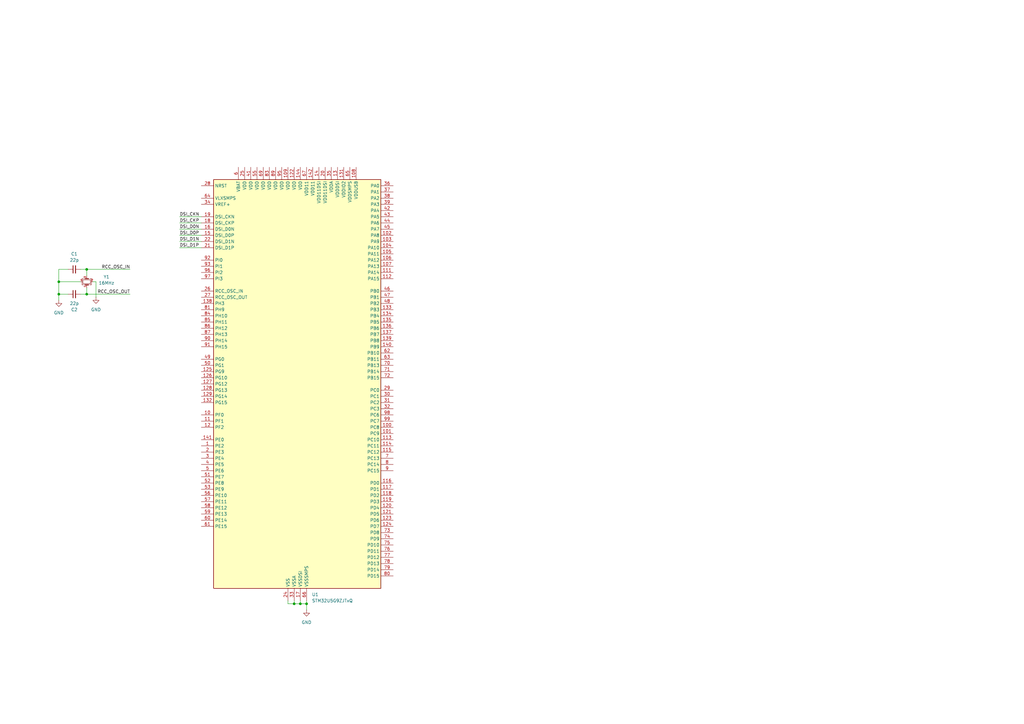
<source format=kicad_sch>
(kicad_sch (version 20231120) (generator "eeschema") (generator_version "8.0")
  (paper "A3")
  (lib_symbols
    (symbol "Device:C_Small" (pin_numbers hide) (pin_names (offset 0.254) hide)
      (property "Reference" "C" (at 0.254 1.778 0))
      (property "Value" "C_Small" (at 0.254 -2.032 0))
      (symbol "C_Small_0_1"
        (polyline (pts (xy -1.524 -0.508) (xy 1.524 -0.508)) (stroke (width 0.3302)))
        (polyline (pts (xy -1.524 0.508) (xy 1.524 0.508)) (stroke (width 0.3048)))
      )
      (symbol "C_Small_1_1"
        (pin passive line (at 0 2.54 270) (length 2.032) (name "~") (number "1"))
        (pin passive line (at 0 -2.54 90) (length 2.032) (name "~") (number "2"))
      )
    )
    (symbol "Device:Crystal_GND24_Small" (pin_names (offset 1.016) hide)
      (property "Reference" "Y" (at 1.27 4.445 0))
      (property "Value" "Crystal_GND24_Small" (at 1.27 2.54 0))
      (symbol "Crystal_GND24_Small_0_1"
        (rectangle (start -0.762 -1.524) (end 0.762 1.524))
        (polyline (pts (xy -1.27 -0.762) (xy -1.27 0.762)) (stroke (width 0.381)))
        (polyline (pts (xy 1.27 -0.762) (xy 1.27 0.762)) (stroke (width 0.381)))
        (polyline (pts (xy -1.27 -1.27) (xy -1.27 -1.905) (xy 1.27 -1.905) (xy 1.27 -1.27)))
        (polyline (pts (xy -1.27 1.27) (xy -1.27 1.905) (xy 1.27 1.905) (xy 1.27 1.27)))
      )
      (symbol "Crystal_GND24_Small_1_1"
        (pin passive line (at -2.54 0 0) (length 1.27) (name "1") (number "1"))
        (pin passive line (at 0 -2.54 90) (length 0.635) (name "2") (number "2"))
        (pin passive line (at 2.54 0 180) (length 1.27) (name "3") (number "3"))
        (pin passive line (at 0 2.54 270) (length 0.635) (name "4") (number "4"))
      )
    )
    (symbol "MCU_ST_STM32U5:STM32U5G9ZJTxQ"
      (property "Reference" "U" (at -33.02 85.09 0))
      (property "Value" "STM32U5G9ZJTxQ" (at 27.94 85.09 0))
      (symbol "STM32U5G9ZJTxQ_0_1"
        (rectangle (start -33.02 -83.82) (end 35.56 83.82) (stroke (width 0.254)) (fill (type background)))
      )
      (symbol "STM32U5G9ZJTxQ_1_1"
        (pin bidirectional line (at -38.1 -25.4 0) (length 5.08) (name "PE2") (number "1"))
        (pin bidirectional line (at -38.1 -12.7 0) (length 5.08) (name "PF0") (number "10"))
        (pin bidirectional line (at 40.64 -17.78 180) (length 5.08) (name "PC8") (number "100"))
        (pin bidirectional line (at 40.64 -20.32 180) (length 5.08) (name "PC9") (number "101"))
        (pin bidirectional line (at 40.64 60.96 180) (length 5.08) (name "PA8") (number "102"))
        (pin bidirectional line (at 40.64 58.42 180) (length 5.08) (name "PA9") (number "103"))
        (pin bidirectional line (at 40.64 55.88 180) (length 5.08) (name "PA10") (number "104"))
        (pin bidirectional line (at 40.64 53.34 180) (length 5.08) (name "PA11") (number "105"))
        (pin bidirectional line (at 40.64 50.8 180) (length 5.08) (name "PA12") (number "106"))
        (pin bidirectional line (at 40.64 48.26 180) (length 5.08) (name "PA13") (number "107"))
        (pin power_in line (at 25.4 88.9 270) (length 5.08) (name "VDDUSB") (number "108"))
        (pin power_in line (at -2.54 88.9 270) (length 5.08) (name "VDD") (number "109"))
        (pin bidirectional line (at -38.1 -15.24 0) (length 5.08) (name "PF1") (number "11"))
        (pin passive line (at -2.54 -88.9 90) (length 5.08) hide (name "VSS") (number "110"))
        (pin bidirectional line (at 40.64 45.72 180) (length 5.08) (name "PA14") (number "111"))
        (pin bidirectional line (at 40.64 43.18 180) (length 5.08) (name "PA15") (number "112"))
        (pin bidirectional line (at 40.64 -22.86 180) (length 5.08) (name "PC10") (number "113"))
        (pin bidirectional line (at 40.64 -25.4 180) (length 5.08) (name "PC11") (number "114"))
        (pin bidirectional line (at 40.64 -27.94 180) (length 5.08) (name "PC12") (number "115"))
        (pin bidirectional line (at 40.64 -40.64 180) (length 5.08) (name "PD0") (number "116"))
        (pin bidirectional line (at 40.64 -43.18 180) (length 5.08) (name "PD1") (number "117"))
        (pin bidirectional line (at 40.64 -45.72 180) (length 5.08) (name "PD2") (number "118"))
        (pin bidirectional line (at 40.64 -48.26 180) (length 5.08) (name "PD3") (number "119"))
        (pin bidirectional line (at -38.1 -17.78 0) (length 5.08) (name "PF2") (number "12"))
        (pin bidirectional line (at 40.64 -50.8 180) (length 5.08) (name "PD4") (number "120"))
        (pin bidirectional line (at 40.64 -53.34 180) (length 5.08) (name "PD5") (number "121"))
        (pin power_in line (at 0 88.9 270) (length 5.08) (name "VDD") (number "122"))
        (pin bidirectional line (at 40.64 -55.88 180) (length 5.08) (name "PD6") (number "123"))
        (pin bidirectional line (at 40.64 -58.42 180) (length 5.08) (name "PD7") (number "124"))
        (pin bidirectional line (at -38.1 5.08 0) (length 5.08) (name "PG9") (number "125"))
        (pin bidirectional line (at -38.1 2.54 0) (length 5.08) (name "PG10") (number "126"))
        (pin bidirectional line (at -38.1 0 0) (length 5.08) (name "PG12") (number "127"))
        (pin bidirectional line (at -38.1 -2.54 0) (length 5.08) (name "PG13") (number "128"))
        (pin bidirectional line (at -38.1 -5.08 0) (length 5.08) (name "PG14") (number "129"))
        (pin power_in line (at 17.78 88.9 270) (length 5.08) (name "VDDDSI") (number "13"))
        (pin passive line (at -2.54 -88.9 90) (length 5.08) hide (name "VSS") (number "130"))
        (pin power_in line (at 20.32 88.9 270) (length 5.08) (name "VDDIO2") (number "131"))
        (pin bidirectional line (at -38.1 -7.62 0) (length 5.08) (name "PG15") (number "132"))
        (pin bidirectional line (at 40.64 30.48 180) (length 5.08) (name "PB3") (number "133"))
        (pin bidirectional line (at 40.64 27.94 180) (length 5.08) (name "PB4") (number "134"))
        (pin bidirectional line (at 40.64 25.4 180) (length 5.08) (name "PB5") (number "135"))
        (pin bidirectional line (at 40.64 22.86 180) (length 5.08) (name "PB6") (number "136"))
        (pin bidirectional line (at 40.64 20.32 180) (length 5.08) (name "PB7") (number "137"))
        (pin bidirectional line (at -38.1 33.02 0) (length 5.08) (name "PH3") (number "138"))
        (pin bidirectional line (at 40.64 17.78 180) (length 5.08) (name "PB8") (number "139"))
        (pin power_in line (at 10.16 88.9 270) (length 5.08) (name "VDD11DSI") (number "14"))
        (pin bidirectional line (at 40.64 15.24 180) (length 5.08) (name "PB9") (number "140"))
        (pin bidirectional line (at -38.1 -22.86 0) (length 5.08) (name "PE0") (number "141"))
        (pin power_in line (at 7.62 88.9 270) (length 5.08) (name "VDD11") (number "142"))
        (pin passive line (at -2.54 -88.9 90) (length 5.08) hide (name "VSS") (number "143"))
        (pin power_in line (at 2.54 88.9 270) (length 5.08) (name "VDD") (number "144"))
        (pin bidirectional line (at -38.1 60.96 0) (length 5.08) (name "DSI_D0P") (number "15"))
        (pin bidirectional line (at -38.1 63.5 0) (length 5.08) (name "DSI_D0N") (number "16"))
        (pin power_in line (at 2.54 -88.9 90) (length 5.08) (name "VSSDSI") (number "17"))
        (pin bidirectional line (at -38.1 66.04 0) (length 5.08) (name "DSI_CKP") (number "18"))
        (pin bidirectional line (at -38.1 68.58 0) (length 5.08) (name "DSI_CKN") (number "19"))
        (pin bidirectional line (at -38.1 -27.94 0) (length 5.08) (name "PE3") (number "2"))
        (pin power_in line (at 12.7 88.9 270) (length 5.08) (name "VDD11DSI") (number "20"))
        (pin bidirectional line (at -38.1 55.88 0) (length 5.08) (name "DSI_D1P") (number "21"))
        (pin bidirectional line (at -38.1 58.42 0) (length 5.08) (name "DSI_D1N") (number "22"))
        (pin passive line (at 2.54 -88.9 90) (length 5.08) hide (name "VSSDSI") (number "23"))
        (pin power_in line (at -2.54 -88.9 90) (length 5.08) (name "VSS") (number "24"))
        (pin power_in line (at -20.32 88.9 270) (length 5.08) (name "VDD") (number "25"))
        (pin bidirectional line (at -38.1 38.1 0) (length 5.08) (name "PH0") (number "26") (alternate "RCC_OSC_IN" bidirectional line))
        (pin bidirectional line (at -38.1 35.56 0) (length 5.08) (name "PH1") (number "27") (alternate "RCC_OSC_OUT" bidirectional line))
        (pin input line (at -38.1 81.28 0) (length 5.08) (name "NRST") (number "28"))
        (pin bidirectional line (at 40.64 -2.54 180) (length 5.08) (name "PC0") (number "29"))
        (pin bidirectional line (at -38.1 -30.48 0) (length 5.08) (name "PE4") (number "3"))
        (pin bidirectional line (at 40.64 -5.08 180) (length 5.08) (name "PC1") (number "30"))
        (pin bidirectional line (at 40.64 -7.62 180) (length 5.08) (name "PC2") (number "31"))
        (pin bidirectional line (at 40.64 -10.16 180) (length 5.08) (name "PC3") (number "32"))
        (pin power_in line (at 0 -88.9 90) (length 5.08) (name "VSSA") (number "33"))
        (pin input line (at -38.1 73.66 0) (length 5.08) (name "VREF+") (number "34"))
        (pin power_in line (at 15.24 88.9 270) (length 5.08) (name "VDDA") (number "35"))
        (pin bidirectional line (at 40.64 81.28 180) (length 5.08) (name "PA0") (number "36"))
        (pin bidirectional line (at 40.64 78.74 180) (length 5.08) (name "PA1") (number "37"))
        (pin bidirectional line (at 40.64 76.2 180) (length 5.08) (name "PA2") (number "38"))
        (pin bidirectional line (at 40.64 73.66 180) (length 5.08) (name "PA3") (number "39"))
        (pin bidirectional line (at -38.1 -33.02 0) (length 5.08) (name "PE5") (number "4"))
        (pin passive line (at -2.54 -88.9 90) (length 5.08) hide (name "VSS") (number "40"))
        (pin power_in line (at -17.78 88.9 270) (length 5.08) (name "VDD") (number "41"))
        (pin bidirectional line (at 40.64 71.12 180) (length 5.08) (name "PA4") (number "42"))
        (pin bidirectional line (at 40.64 68.58 180) (length 5.08) (name "PA5") (number "43"))
        (pin bidirectional line (at 40.64 66.04 180) (length 5.08) (name "PA6") (number "44"))
        (pin bidirectional line (at 40.64 63.5 180) (length 5.08) (name "PA7") (number "45"))
        (pin bidirectional line (at 40.64 38.1 180) (length 5.08) (name "PB0") (number "46"))
        (pin bidirectional line (at 40.64 35.56 180) (length 5.08) (name "PB1") (number "47"))
        (pin bidirectional line (at 40.64 33.02 180) (length 5.08) (name "PB2") (number "48"))
        (pin bidirectional line (at -38.1 10.16 0) (length 5.08) (name "PG0") (number "49"))
        (pin bidirectional line (at -38.1 -35.56 0) (length 5.08) (name "PE6") (number "5"))
        (pin bidirectional line (at -38.1 7.62 0) (length 5.08) (name "PG1") (number "50"))
        (pin bidirectional line (at -38.1 -38.1 0) (length 5.08) (name "PE7") (number "51"))
        (pin bidirectional line (at -38.1 -40.64 0) (length 5.08) (name "PE8") (number "52"))
        (pin bidirectional line (at -38.1 -43.18 0) (length 5.08) (name "PE9") (number "53"))
        (pin passive line (at -2.54 -88.9 90) (length 5.08) hide (name "VSS") (number "54"))
        (pin power_in line (at -15.24 88.9 270) (length 5.08) (name "VDD") (number "55"))
        (pin bidirectional line (at -38.1 -45.72 0) (length 5.08) (name "PE10") (number "56"))
        (pin bidirectional line (at -38.1 -48.26 0) (length 5.08) (name "PE11") (number "57"))
        (pin bidirectional line (at -38.1 -50.8 0) (length 5.08) (name "PE12") (number "58"))
        (pin bidirectional line (at -38.1 -53.34 0) (length 5.08) (name "PE13") (number "59"))
        (pin power_in line (at -22.86 88.9 270) (length 5.08) (name "VBAT") (number "6"))
        (pin bidirectional line (at -38.1 -55.88 0) (length 5.08) (name "PE14") (number "60"))
        (pin bidirectional line (at -38.1 -58.42 0) (length 5.08) (name "PE15") (number "61"))
        (pin bidirectional line (at 40.64 12.7 180) (length 5.08) (name "PB10") (number "62"))
        (pin bidirectional line (at 40.64 10.16 180) (length 5.08) (name "PB11") (number "63"))
        (pin power_in line (at -38.1 76.2 0) (length 5.08) (name "VLXSMPS") (number "64"))
        (pin power_in line (at 22.86 88.9 270) (length 5.08) (name "VDDSMPS") (number "65"))
        (pin power_in line (at 5.08 -88.9 90) (length 5.08) (name "VSSSMPS") (number "66"))
        (pin power_in line (at 5.08 88.9 270) (length 5.08) (name "VDD11") (number "67"))
        (pin passive line (at -2.54 -88.9 90) (length 5.08) hide (name "VSS") (number "68"))
        (pin power_in line (at -12.7 88.9 270) (length 5.08) (name "VDD") (number "69"))
        (pin bidirectional line (at 40.64 -30.48 180) (length 5.08) (name "PC13") (number "7"))
        (pin bidirectional line (at 40.64 7.62 180) (length 5.08) (name "PB13") (number "70"))
        (pin bidirectional line (at 40.64 5.08 180) (length 5.08) (name "PB14") (number "71"))
        (pin bidirectional line (at 40.64 2.54 180) (length 5.08) (name "PB15") (number "72"))
        (pin bidirectional line (at 40.64 -60.96 180) (length 5.08) (name "PD8") (number "73"))
        (pin bidirectional line (at 40.64 -63.5 180) (length 5.08) (name "PD9") (number "74"))
        (pin bidirectional line (at 40.64 -66.04 180) (length 5.08) (name "PD10") (number "75"))
        (pin bidirectional line (at 40.64 -68.58 180) (length 5.08) (name "PD11") (number "76"))
        (pin bidirectional line (at 40.64 -71.12 180) (length 5.08) (name "PD12") (number "77"))
        (pin bidirectional line (at 40.64 -73.66 180) (length 5.08) (name "PD13") (number "78"))
        (pin bidirectional line (at 40.64 -76.2 180) (length 5.08) (name "PD14") (number "79"))
        (pin bidirectional line (at 40.64 -33.02 180) (length 5.08) (name "PC14") (number "8"))
        (pin bidirectional line (at 40.64 -78.74 180) (length 5.08) (name "PD15") (number "80"))
        (pin bidirectional line (at -38.1 30.48 0) (length 5.08) (name "PH9") (number "81"))
        (pin passive line (at -2.54 -88.9 90) (length 5.08) hide (name "VSS") (number "82"))
        (pin power_in line (at -10.16 88.9 270) (length 5.08) (name "VDD") (number "83"))
        (pin bidirectional line (at -38.1 27.94 0) (length 5.08) (name "PH10") (number "84"))
        (pin bidirectional line (at -38.1 25.4 0) (length 5.08) (name "PH11") (number "85"))
        (pin bidirectional line (at -38.1 22.86 0) (length 5.08) (name "PH12") (number "86"))
        (pin bidirectional line (at -38.1 20.32 0) (length 5.08) (name "PH13") (number "87"))
        (pin passive line (at -2.54 -88.9 90) (length 5.08) hide (name "VSS") (number "88"))
        (pin power_in line (at -7.62 88.9 270) (length 5.08) (name "VDD") (number "89"))
        (pin bidirectional line (at 40.64 -35.56 180) (length 5.08) (name "PC15") (number "9"))
        (pin bidirectional line (at -38.1 17.78 0) (length 5.08) (name "PH14") (number "90"))
        (pin bidirectional line (at -38.1 15.24 0) (length 5.08) (name "PH15") (number "91"))
        (pin bidirectional line (at -38.1 50.8 0) (length 5.08) (name "PI0") (number "92"))
        (pin bidirectional line (at -38.1 48.26 0) (length 5.08) (name "PI1") (number "93"))
        (pin passive line (at -2.54 -88.9 90) (length 5.08) hide (name "VSS") (number "94"))
        (pin power_in line (at -5.08 88.9 270) (length 5.08) (name "VDD") (number "95"))
        (pin bidirectional line (at -38.1 45.72 0) (length 5.08) (name "PI2") (number "96"))
        (pin bidirectional line (at -38.1 43.18 0) (length 5.08) (name "PI3") (number "97"))
        (pin bidirectional line (at 40.64 -12.7 180) (length 5.08) (name "PC6") (number "98"))
        (pin bidirectional line (at 40.64 -15.24 180) (length 5.08) (name "PC7") (number "99"))
      )
    )
    (symbol "power:GND" (power) (pin_numbers hide) (pin_names (offset 0) hide)
      (property "Value" "GND" (at 0 -3.81 0))
      (symbol "GND_0_1"
        (polyline (pts (xy 0 0) (xy 0 -1.27) (xy 1.27 -1.27) (xy 0 -2.54) (xy -1.27 -1.27) (xy 0 -1.27)))
      )
      (symbol "GND_1_1"
        (pin power_in line (at 0 0 270) (length 0) (name "~") (number "1"))
      )
    )
  )
  (junction (at 24.13 115.57))
  (junction (at 35.56 110.49))
  (junction (at 123.19 247.65))
  (junction (at 35.56 120.65))
  (junction (at 24.13 120.65))
  (junction (at 125.73 247.65))
  (junction (at 120.65 247.65))
  (wire (pts (xy 123.19 247.65) (xy 125.73 247.65)))
  (wire (pts (xy 39.37 115.57) (xy 38.1 115.57)))
  (wire (pts (xy 33.02 110.49) (xy 35.56 110.49)))
  (wire (pts (xy 125.73 247.65) (xy 125.73 246.38)))
  (wire (pts (xy 24.13 110.49) (xy 24.13 115.57)))
  (wire (pts (xy 24.13 120.65) (xy 24.13 123.19)))
  (wire (pts (xy 123.19 246.38) (xy 123.19 247.65)))
  (wire (pts (xy 39.37 121.92) (xy 39.37 115.57)))
  (wire (pts (xy 73.66 91.44) (xy 82.55 91.44)))
  (wire (pts (xy 73.66 88.9) (xy 82.55 88.9)))
  (wire (pts (xy 73.66 96.52) (xy 82.55 96.52)))
  (wire (pts (xy 24.13 115.57) (xy 24.13 120.65)))
  (wire (pts (xy 24.13 120.65) (xy 27.94 120.65)))
  (wire (pts (xy 35.56 110.49) (xy 35.56 113.03)))
  (wire (pts (xy 73.66 93.98) (xy 82.55 93.98)))
  (wire (pts (xy 73.66 99.06) (xy 82.55 99.06)))
  (wire (pts (xy 120.65 247.65) (xy 123.19 247.65)))
  (wire (pts (xy 118.11 246.38) (xy 118.11 247.65)))
  (wire (pts (xy 33.02 120.65) (xy 35.56 120.65)))
  (wire (pts (xy 125.73 250.19) (xy 125.73 247.65)))
  (wire (pts (xy 118.11 247.65) (xy 120.65 247.65)))
  (wire (pts (xy 24.13 115.57) (xy 33.02 115.57)))
  (wire (pts (xy 35.56 110.49) (xy 53.34 110.49)))
  (wire (pts (xy 73.66 101.6) (xy 82.55 101.6)))
  (wire (pts (xy 120.65 246.38) (xy 120.65 247.65)))
  (wire (pts (xy 27.94 110.49) (xy 24.13 110.49)))
  (wire (pts (xy 35.56 120.65) (xy 53.34 120.65)))
  (wire (pts (xy 35.56 120.65) (xy 35.56 118.11)))
  (label "RCC_OSC_OUT" (at 53.34 120.65 180))
  (label "DSI_D1P" (at 73.66 101.6 0))
  (label "DSI_D0N" (at 73.66 93.98 0))
  (label "RCC_OSC_IN" (at 53.34 110.49 180))
  (label "DSI_CKN" (at 73.66 88.9 0))
  (label "DSI_D0P" (at 73.66 96.52 0))
  (label "DSI_D1N" (at 73.66 99.06 0))
  (label "DSI_CKP" (at 73.66 91.44 0))
  (symbol (lib_id "Device:Crystal_GND24_Small") (at 35.56 115.57 90) (unit 1)
    (property "Reference" "Y1" (at 43.688 113.538 90))
    (property "Value" "16MHz" (at 43.688 116.078 90))
    (property "Description" "Four pin crystal, GND on pins 2 and 4, small symbol" (effects (hide yes)))
  )
  (symbol (lib_id "power:GND") (at 125.73 250.19 0) (unit 1)
    (property "Reference" "#PWR01" (effects (hide yes)))
    (property "Value" "GND" (at 125.73 255.27 0))
    (property "Description" "Power symbol creates a global label with name \"GND\" , ground" (effects (hide yes)))
  )
  (symbol (lib_id "power:GND") (at 39.37 121.92 0) (unit 1)
    (property "Reference" "#PWR03" (effects (hide yes)))
    (property "Value" "GND" (at 39.37 127 0))
    (property "Description" "Power symbol creates a global label with name \"GND\" , ground" (effects (hide yes)))
  )
  (symbol (lib_id "Device:C_Small") (at 30.48 110.49 90) (unit 1)
    (property "Reference" "C1" (at 30.4863 104.14 90))
    (property "Value" "22p" (at 30.4863 106.68 90))
    (property "Description" "Unpolarized capacitor, small symbol" (effects (hide yes)))
  )
  (symbol (lib_id "power:GND") (at 24.13 123.19 0) (unit 1)
    (property "Reference" "#PWR02" (effects (hide yes)))
    (property "Value" "GND" (at 24.13 128.27 0))
    (property "Description" "Power symbol creates a global label with name \"GND\" , ground" (effects (hide yes)))
  )
  (symbol (lib_id "MCU_ST_STM32U5:STM32U5G9ZJTxQ") (at 120.65 157.48 0) (unit 1)
    (property "Reference" "U1" (at 127.9241 243.84 0) (effects (justify left)))
    (property "Value" "STM32U5G9ZJTxQ" (at 127.9241 246.38 0) (effects (justify left)))
    (property "Footprint" "Package_QFP:LQFP-144_20x20mm_P0.5mm" (effects (hide yes)))
    (property "Datasheet" "https://www.st.com/resource/en/datasheet/stm32u5g9zj.pdf" (effects (hide yes)))
    (property "Description" "STMicroelectronics Arm Cortex-M33 MCU, 4096KB flash, 3026KB RAM, 101 GPIO, LQFP144" (effects (hide yes)))
    (pin "27" (alternate "RCC_OSC_OUT"))
    (pin "26" (alternate "RCC_OSC_IN"))
  )
  (symbol (lib_id "Device:C_Small") (at 30.48 120.65 90) (mirror x) (unit 1)
    (property "Reference" "C2" (at 30.4863 127 90))
    (property "Value" "22p" (at 30.4863 124.46 90))
    (property "Description" "Unpolarized capacitor, small symbol" (effects (hide yes)))
  )
)
</source>
